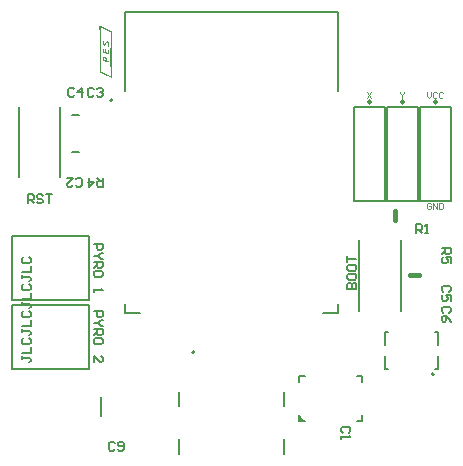
<source format=gto>
G04*
G04 #@! TF.GenerationSoftware,Altium Limited,Altium Designer,24.1.2 (44)*
G04*
G04 Layer_Color=65535*
%FSLAX25Y25*%
%MOIN*%
G70*
G04*
G04 #@! TF.SameCoordinates,BB4A674F-8819-4941-915F-785A2CCA7B01*
G04*
G04*
G04 #@! TF.FilePolarity,Positive*
G04*
G01*
G75*
%ADD10C,0.00787*%
%ADD11C,0.00984*%
%ADD12C,0.00500*%
%ADD13C,0.01575*%
%ADD14C,0.00591*%
%ADD15C,0.00300*%
G36*
X30093Y143720D02*
X30209D01*
Y143662D01*
X30325D01*
Y143604D01*
X30441D01*
Y143546D01*
X30557D01*
Y143488D01*
X30673D01*
Y143430D01*
X30789D01*
Y143372D01*
X30905D01*
Y143314D01*
X31021D01*
Y143256D01*
X31195D01*
Y143198D01*
X31311D01*
Y143140D01*
X31427D01*
Y143082D01*
X31543D01*
Y143024D01*
X31659D01*
Y142966D01*
X31775D01*
Y142908D01*
X31891D01*
Y142850D01*
X32007D01*
Y142792D01*
X32181D01*
Y142734D01*
X32297D01*
Y142676D01*
X32413D01*
Y142618D01*
X32529D01*
Y142560D01*
X32645D01*
Y142502D01*
X32761D01*
Y142444D01*
X32877D01*
Y142386D01*
X32993D01*
Y142328D01*
X33109D01*
Y142270D01*
X33225D01*
Y142212D01*
X33399D01*
Y142154D01*
X33515D01*
Y142096D01*
X33631D01*
Y142038D01*
X33747D01*
Y141980D01*
X33863D01*
Y141922D01*
X33921D01*
Y141864D01*
X33979D01*
Y141806D01*
X34037D01*
Y141748D01*
X34095D01*
Y141690D01*
X34153D01*
Y141574D01*
X34211D01*
Y140414D01*
X34153D01*
Y138964D01*
X34095D01*
Y136064D01*
X34037D01*
Y129162D01*
X34095D01*
Y127364D01*
X34153D01*
Y126610D01*
X34211D01*
Y126320D01*
X34153D01*
Y126262D01*
X33921D01*
Y126320D01*
X33863D01*
Y126378D01*
X33805D01*
Y126436D01*
X33747D01*
Y126494D01*
X33631D01*
Y126552D01*
X33515D01*
Y126610D01*
X33399D01*
Y126668D01*
X33283D01*
Y126726D01*
X33167D01*
Y126784D01*
X32993D01*
Y126842D01*
X32877D01*
Y126900D01*
X32761D01*
Y126958D01*
X32645D01*
Y127016D01*
X32529D01*
Y127074D01*
X32413D01*
Y127132D01*
X32297D01*
Y127190D01*
X32123D01*
Y127248D01*
X32007D01*
Y127306D01*
X31891D01*
Y127364D01*
X31775D01*
Y127422D01*
X31659D01*
Y127480D01*
X31485D01*
Y127538D01*
X31369D01*
Y127596D01*
X31253D01*
Y127654D01*
X31137D01*
Y127712D01*
X31021D01*
Y127770D01*
X30847D01*
Y127828D01*
X30731D01*
Y127886D01*
X30615D01*
Y127944D01*
X30499D01*
Y128002D01*
X30383D01*
Y128060D01*
X30325D01*
Y128118D01*
X30209D01*
Y128176D01*
X30151D01*
Y128292D01*
X30093D01*
Y128350D01*
X30035D01*
Y128524D01*
X29977D01*
Y130090D01*
X30035D01*
Y132004D01*
X30093D01*
Y138442D01*
X30035D01*
Y140704D01*
X29977D01*
Y142328D01*
X29919D01*
Y143720D01*
X29977D01*
Y143778D01*
X30093D01*
Y143720D01*
D02*
G37*
G36*
X97945Y12020D02*
X96370D01*
Y13595D01*
X97945Y12020D01*
D02*
G37*
%LPC*%
G36*
X30383Y143198D02*
X30325D01*
Y142038D01*
X30383D01*
Y140530D01*
X30441D01*
Y138268D01*
X30499D01*
Y132642D01*
X30441D01*
Y129974D01*
X30383D01*
Y128466D01*
X30441D01*
Y128408D01*
X30557D01*
Y128350D01*
X30673D01*
Y128292D01*
X30789D01*
Y128234D01*
X30905D01*
Y128176D01*
X31021D01*
Y128118D01*
X31195D01*
Y128060D01*
X31311D01*
Y128002D01*
X31427D01*
Y127944D01*
X31543D01*
Y127886D01*
X31659D01*
Y127828D01*
X31775D01*
Y127770D01*
X31891D01*
Y127712D01*
X32065D01*
Y127654D01*
X32181D01*
Y127596D01*
X32297D01*
Y127538D01*
X32413D01*
Y127480D01*
X32529D01*
Y127422D01*
X32645D01*
Y127364D01*
X32819D01*
Y127306D01*
X32935D01*
Y127248D01*
X33051D01*
Y127190D01*
X33167D01*
Y127132D01*
X33283D01*
Y127074D01*
X33399D01*
Y127016D01*
X33573D01*
Y126958D01*
X33689D01*
Y126900D01*
X33747D01*
Y127828D01*
X33689D01*
Y130032D01*
X33631D01*
Y136296D01*
X33689D01*
Y138674D01*
X33747D01*
Y140066D01*
X33805D01*
Y141574D01*
X33689D01*
Y141632D01*
X33573D01*
Y141690D01*
X33457D01*
Y141748D01*
X33341D01*
Y141806D01*
X33225D01*
Y141864D01*
X33109D01*
Y141922D01*
X32993D01*
Y141980D01*
X32877D01*
Y142038D01*
X32703D01*
Y142096D01*
X32587D01*
Y142154D01*
X32471D01*
Y142212D01*
X32355D01*
Y142270D01*
X32239D01*
Y142328D01*
X32123D01*
Y142386D01*
X32007D01*
Y142444D01*
X31891D01*
Y142502D01*
X31775D01*
Y142560D01*
X31601D01*
Y142618D01*
X31485D01*
Y142676D01*
X31369D01*
Y142734D01*
X31253D01*
Y142792D01*
X31137D01*
Y142850D01*
X31021D01*
Y142908D01*
X30905D01*
Y142966D01*
X30789D01*
Y143024D01*
X30673D01*
Y143082D01*
X30557D01*
Y143140D01*
X30383D01*
Y143198D01*
D02*
G37*
%LPD*%
G36*
X31311Y138616D02*
X31369D01*
Y138558D01*
X31427D01*
Y138500D01*
X31485D01*
Y138442D01*
X31543D01*
Y138326D01*
X31485D01*
Y138268D01*
X31427D01*
Y138152D01*
X31369D01*
Y137688D01*
X31427D01*
Y137572D01*
X31485D01*
Y137514D01*
X31775D01*
Y137572D01*
X31833D01*
Y137746D01*
X31891D01*
Y137978D01*
X31949D01*
Y138152D01*
X32007D01*
Y138268D01*
X32065D01*
Y138326D01*
X32123D01*
Y138384D01*
X32181D01*
Y138442D01*
X32355D01*
Y138500D01*
X32645D01*
Y138442D01*
X32819D01*
Y138384D01*
X32935D01*
Y138326D01*
X32993D01*
Y138268D01*
X33051D01*
Y138210D01*
X33109D01*
Y138094D01*
X33167D01*
Y137978D01*
X33225D01*
Y137572D01*
X33283D01*
Y137456D01*
X33225D01*
Y137166D01*
X33167D01*
Y137050D01*
X33109D01*
Y136934D01*
X33051D01*
Y136876D01*
X32993D01*
Y136818D01*
X32877D01*
Y136760D01*
X32761D01*
Y136876D01*
X32703D01*
Y136934D01*
X32645D01*
Y136992D01*
X32587D01*
Y137108D01*
X32645D01*
Y137166D01*
X32703D01*
Y137224D01*
X32761D01*
Y137282D01*
X32819D01*
Y137398D01*
X32877D01*
Y137804D01*
X32819D01*
Y137920D01*
X32761D01*
Y137978D01*
X32703D01*
Y138036D01*
X32413D01*
Y137978D01*
X32355D01*
Y137862D01*
X32297D01*
Y137630D01*
X32239D01*
Y137456D01*
X32181D01*
Y137340D01*
X32123D01*
Y137282D01*
X32065D01*
Y137224D01*
X32007D01*
Y137166D01*
X31949D01*
Y137108D01*
X31775D01*
Y137050D01*
X31543D01*
Y137108D01*
X31369D01*
Y137166D01*
X31311D01*
Y137224D01*
X31195D01*
Y137340D01*
X31137D01*
Y137398D01*
X31079D01*
Y137514D01*
X31021D01*
Y137862D01*
X30963D01*
Y138094D01*
X31021D01*
Y138384D01*
X31079D01*
Y138500D01*
X31137D01*
Y138558D01*
X31195D01*
Y138616D01*
X31253D01*
Y138674D01*
X31311D01*
Y138616D01*
D02*
G37*
G36*
Y136064D02*
X31369D01*
Y135020D01*
X31601D01*
Y134962D01*
X31891D01*
Y135716D01*
Y135774D01*
Y135832D01*
X32065D01*
Y135774D01*
X32239D01*
Y134846D01*
X32471D01*
Y134788D01*
X32703D01*
Y134730D01*
X32877D01*
Y135774D01*
X33051D01*
Y135716D01*
X33225D01*
Y134208D01*
X33109D01*
Y134266D01*
X32877D01*
Y134324D01*
X32587D01*
Y134382D01*
X32297D01*
Y134440D01*
X32065D01*
Y134498D01*
X31775D01*
Y134556D01*
X31485D01*
Y134614D01*
X31195D01*
Y134672D01*
X31021D01*
Y136122D01*
X31311D01*
Y136064D01*
D02*
G37*
G36*
X31833Y133338D02*
X32007D01*
Y133280D01*
X32065D01*
Y133222D01*
X32181D01*
Y133164D01*
X32239D01*
Y133048D01*
X32297D01*
Y132932D01*
X32355D01*
Y132700D01*
X32413D01*
Y132062D01*
X32645D01*
Y132004D01*
X32935D01*
Y131946D01*
X33225D01*
Y131482D01*
X33051D01*
Y131540D01*
X32819D01*
Y131598D01*
X32529D01*
Y131656D01*
X32239D01*
Y131714D01*
X31949D01*
Y131772D01*
X31717D01*
Y131830D01*
X31427D01*
Y131888D01*
X31137D01*
Y131946D01*
X31021D01*
Y132990D01*
X31079D01*
Y133164D01*
X31137D01*
Y133222D01*
X31195D01*
Y133280D01*
X31253D01*
Y133338D01*
X31369D01*
Y133396D01*
X31833D01*
Y133338D01*
D02*
G37*
%LPC*%
G36*
X31717Y132990D02*
X31543D01*
Y132932D01*
X31427D01*
Y132816D01*
X31369D01*
Y132294D01*
X31543D01*
Y132236D01*
X31833D01*
Y132178D01*
X32065D01*
Y132700D01*
X32007D01*
Y132816D01*
X31949D01*
Y132874D01*
X31891D01*
Y132932D01*
X31717D01*
Y132990D01*
D02*
G37*
%LPD*%
D10*
X34236Y118921D02*
G03*
X34236Y118921I-394J0D01*
G01*
X61598Y34941D02*
G03*
X61598Y34941I-394J0D01*
G01*
X141480Y27626D02*
G03*
X141480Y27626I-394J0D01*
G01*
X56402Y1083D02*
Y6122D01*
X91598Y1083D02*
Y6122D01*
X56402Y16831D02*
Y21752D01*
X91598Y16831D02*
Y21752D01*
X30343Y13819D02*
Y19823D01*
X26476Y29213D02*
Y50787D01*
X886Y29213D02*
X26476D01*
X886D02*
Y50787D01*
X26476D01*
Y52213D02*
Y73787D01*
X886Y52213D02*
X26476D01*
X886D02*
Y73787D01*
X26476D01*
X136705Y85409D02*
X147295D01*
Y116591D01*
X136705D02*
X147295D01*
X136705Y85409D02*
Y116591D01*
X114705Y85409D02*
Y116591D01*
X125295D01*
Y85409D02*
Y116591D01*
X114705Y85409D02*
X125295D01*
X125705D02*
Y116591D01*
X136295D01*
Y85409D02*
Y116591D01*
X125705Y85409D02*
X136295D01*
X20819Y114000D02*
X23181D01*
X20819Y101500D02*
X23181D01*
D11*
X142492Y118362D02*
G03*
X142492Y118362I-492J0D01*
G01*
X120492D02*
G03*
X120492Y118362I-492J0D01*
G01*
X131492D02*
G03*
X131492Y118362I-492J0D01*
G01*
D12*
X104532Y48016D02*
X109433D01*
Y50890D01*
X38567Y48016D02*
X43468D01*
X38567D02*
Y50890D01*
Y121953D02*
Y148409D01*
X109433Y121953D02*
Y148409D01*
X38567D02*
X109433D01*
X130390Y48689D02*
Y72311D01*
X116610Y48689D02*
Y72311D01*
X142976Y29476D02*
Y33531D01*
X141874Y29476D02*
X142976D01*
X125024D02*
X126126D01*
X125024D02*
Y33531D01*
Y37468D02*
Y41524D01*
X126126D01*
X142976Y37468D02*
Y41524D01*
X141874D02*
X142976D01*
X3110Y93189D02*
Y116811D01*
X16890Y93189D02*
Y116811D01*
X4001Y33499D02*
Y32500D01*
Y33000D01*
X6500D01*
X7000Y32500D01*
Y32000D01*
X6500Y31500D01*
X4001Y34499D02*
X7000D01*
Y36498D01*
X4501Y39497D02*
X4001Y38998D01*
Y37998D01*
X4501Y37498D01*
X6500D01*
X7000Y37998D01*
Y38998D01*
X6500Y39497D01*
X4001Y42496D02*
Y41497D01*
Y41997D01*
X6500D01*
X7000Y41497D01*
Y40997D01*
X6500Y40497D01*
X4001Y43496D02*
X7000D01*
Y45496D01*
X4501Y48494D02*
X4001Y47995D01*
Y46995D01*
X4501Y46495D01*
X6500D01*
X7000Y46995D01*
Y47995D01*
X6500Y48494D01*
X4001Y51494D02*
Y50494D01*
Y50994D01*
X6500D01*
X7000Y50494D01*
Y49994D01*
X6500Y49494D01*
X4001Y52493D02*
X7000D01*
Y54493D01*
X4501Y57492D02*
X4001Y56992D01*
Y55992D01*
X4501Y55492D01*
X6500D01*
X7000Y55992D01*
Y56992D01*
X6500Y57492D01*
X4001Y60491D02*
Y59491D01*
Y59991D01*
X6500D01*
X7000Y59491D01*
Y58991D01*
X6500Y58491D01*
X4001Y61490D02*
X7000D01*
Y63490D01*
X4501Y66489D02*
X4001Y65989D01*
Y64989D01*
X4501Y64489D01*
X6500D01*
X7000Y64989D01*
Y65989D01*
X6500Y66489D01*
X112501Y56000D02*
X115500D01*
Y57499D01*
X115000Y57999D01*
X114500D01*
X114000Y57499D01*
Y56000D01*
Y57499D01*
X113501Y57999D01*
X113001D01*
X112501Y57499D01*
Y56000D01*
Y60499D02*
Y59499D01*
X113001Y58999D01*
X115000D01*
X115500Y59499D01*
Y60499D01*
X115000Y60998D01*
X113001D01*
X112501Y60499D01*
Y63498D02*
Y62498D01*
X113001Y61998D01*
X115000D01*
X115500Y62498D01*
Y63498D01*
X115000Y63997D01*
X113001D01*
X112501Y63498D01*
Y64997D02*
Y66996D01*
Y65997D01*
X115500D01*
X6000Y84500D02*
Y87499D01*
X7500D01*
X7999Y86999D01*
Y86000D01*
X7500Y85500D01*
X6000D01*
X7000D02*
X7999Y84500D01*
X10998Y86999D02*
X10499Y87499D01*
X9499D01*
X8999Y86999D01*
Y86499D01*
X9499Y86000D01*
X10499D01*
X10998Y85500D01*
Y85000D01*
X10499Y84500D01*
X9499D01*
X8999Y85000D01*
X11998Y87499D02*
X13997D01*
X12998D01*
Y84500D01*
X28000Y48500D02*
X30999D01*
Y47001D01*
X30499Y46501D01*
X29500D01*
X29000Y47001D01*
Y48500D01*
X30999Y45501D02*
X30499D01*
X29500Y44501D01*
X30499Y43502D01*
X30999D01*
X29500Y44501D02*
X28000D01*
Y42502D02*
X30999D01*
Y41002D01*
X30499Y40503D01*
X29500D01*
X29000Y41002D01*
Y42502D01*
Y41502D02*
X28000Y40503D01*
X30999Y38003D02*
Y39003D01*
X30499Y39503D01*
X28500D01*
X28000Y39003D01*
Y38003D01*
X28500Y37504D01*
X30499D01*
X30999Y38003D01*
X28000Y31506D02*
Y33505D01*
X29999Y31506D01*
X30499D01*
X30999Y32005D01*
Y33005D01*
X30499Y33505D01*
X28000Y71000D02*
X30999D01*
Y69500D01*
X30499Y69001D01*
X29500D01*
X29000Y69500D01*
Y71000D01*
X30999Y68001D02*
X30499D01*
X29500Y67001D01*
X30499Y66002D01*
X30999D01*
X29500Y67001D02*
X28000D01*
Y65002D02*
X30999D01*
Y63502D01*
X30499Y63003D01*
X29500D01*
X29000Y63502D01*
Y65002D01*
Y64002D02*
X28000Y63003D01*
X30999Y60503D02*
Y61503D01*
X30499Y62003D01*
X28500D01*
X28000Y61503D01*
Y60503D01*
X28500Y60004D01*
X30499D01*
X30999Y60503D01*
X28000Y56005D02*
Y55005D01*
Y55505D01*
X30999D01*
X30499Y56005D01*
X144000Y69499D02*
X147000D01*
Y68000D01*
X146500Y67500D01*
X145500D01*
X145000Y68000D01*
Y69499D01*
Y68499D02*
X144000Y67500D01*
X147000Y64501D02*
Y66500D01*
X145500D01*
X146000Y65500D01*
Y65001D01*
X145500Y64501D01*
X144500D01*
X144000Y65001D01*
Y66000D01*
X144500Y66500D01*
X35000Y4500D02*
X34500Y5000D01*
X33501D01*
X33001Y4500D01*
Y2500D01*
X33501Y2001D01*
X34500D01*
X35000Y2500D01*
X36000D02*
X36500Y2001D01*
X37499D01*
X37999Y2500D01*
Y4500D01*
X37499Y5000D01*
X36500D01*
X36000Y4500D01*
Y4000D01*
X36500Y3500D01*
X37999D01*
X146500Y48000D02*
X147000Y48500D01*
Y49499D01*
X146500Y49999D01*
X144500D01*
X144000Y49499D01*
Y48500D01*
X144500Y48000D01*
X147000Y45001D02*
X146500Y46000D01*
X145500Y47000D01*
X144500D01*
X144000Y46500D01*
Y45501D01*
X144500Y45001D01*
X145000D01*
X145500Y45501D01*
Y47000D01*
X146500Y55000D02*
X147000Y55500D01*
Y56499D01*
X146500Y56999D01*
X144500D01*
X144000Y56499D01*
Y55500D01*
X144500Y55000D01*
X147000Y52001D02*
Y54000D01*
X145500D01*
X146000Y53000D01*
Y52501D01*
X145500Y52001D01*
X144500D01*
X144000Y52501D01*
Y53500D01*
X144500Y54000D01*
X113000Y8000D02*
X113499Y8500D01*
Y9499D01*
X113000Y9999D01*
X111000D01*
X110501Y9499D01*
Y8500D01*
X111000Y8000D01*
X110501Y7000D02*
Y6001D01*
Y6500D01*
X113499D01*
X113000Y7000D01*
X135501Y74501D02*
Y77500D01*
X137000D01*
X137500Y77000D01*
Y76000D01*
X137000Y75500D01*
X135501D01*
X136500D02*
X137500Y74501D01*
X138500D02*
X139499D01*
X138999D01*
Y77500D01*
X138500Y77000D01*
X21500Y122500D02*
X21000Y123000D01*
X20001D01*
X19501Y122500D01*
Y120500D01*
X20001Y120001D01*
X21000D01*
X21500Y120500D01*
X23999Y120001D02*
Y123000D01*
X22500Y121500D01*
X24499D01*
X28000Y122500D02*
X27500Y123000D01*
X26501D01*
X26001Y122500D01*
Y120500D01*
X26501Y120001D01*
X27500D01*
X28000Y120500D01*
X29000Y122500D02*
X29500Y123000D01*
X30499D01*
X30999Y122500D01*
Y122000D01*
X30499Y121500D01*
X30000D01*
X30499D01*
X30999Y121000D01*
Y120500D01*
X30499Y120001D01*
X29500D01*
X29000Y120500D01*
X30999Y93000D02*
Y90000D01*
X29500D01*
X29000Y90500D01*
Y91500D01*
X29500Y92000D01*
X30999D01*
X30000D02*
X29000Y93000D01*
X26501D02*
Y90000D01*
X28000Y91500D01*
X26001D01*
X22000Y90500D02*
X22500Y90000D01*
X23499D01*
X23999Y90500D01*
Y92500D01*
X23499Y93000D01*
X22500D01*
X22000Y92500D01*
X19001Y93000D02*
X21000D01*
X19001Y91000D01*
Y90500D01*
X19501Y90000D01*
X20500D01*
X21000Y90500D01*
D13*
X133425Y60504D02*
X136575D01*
X128496Y78925D02*
Y82075D01*
D14*
X96370Y12020D02*
X98339D01*
X96370D02*
Y13988D01*
Y26980D02*
X98339D01*
X96370Y25012D02*
Y26980D01*
X115661Y12020D02*
X117630D01*
Y13988D01*
Y25012D02*
Y26980D01*
X115661D02*
X117630D01*
X96370Y13595D02*
X97945Y12020D01*
D15*
X140633Y84466D02*
X140300Y84799D01*
X139633D01*
X139300Y84466D01*
Y83133D01*
X139633Y82800D01*
X140300D01*
X140633Y83133D01*
Y83800D01*
X139966D01*
X141299Y82800D02*
Y84799D01*
X142632Y82800D01*
Y84799D01*
X143299D02*
Y82800D01*
X144298D01*
X144632Y83133D01*
Y84466D01*
X144298Y84799D01*
X143299D01*
X139300Y121799D02*
Y120466D01*
X139966Y119800D01*
X140633Y120466D01*
Y121799D01*
X142632Y121466D02*
X142299Y121799D01*
X141633D01*
X141299Y121466D01*
Y120133D01*
X141633Y119800D01*
X142299D01*
X142632Y120133D01*
X144632Y121466D02*
X144298Y121799D01*
X143632D01*
X143299Y121466D01*
Y120133D01*
X143632Y119800D01*
X144298D01*
X144632Y120133D01*
X130300Y121799D02*
Y121466D01*
X130966Y120800D01*
X131633Y121466D01*
Y121799D01*
X130966Y120800D02*
Y119800D01*
X119300Y121799D02*
X120633Y119800D01*
Y121799D02*
X119300Y119800D01*
M02*

</source>
